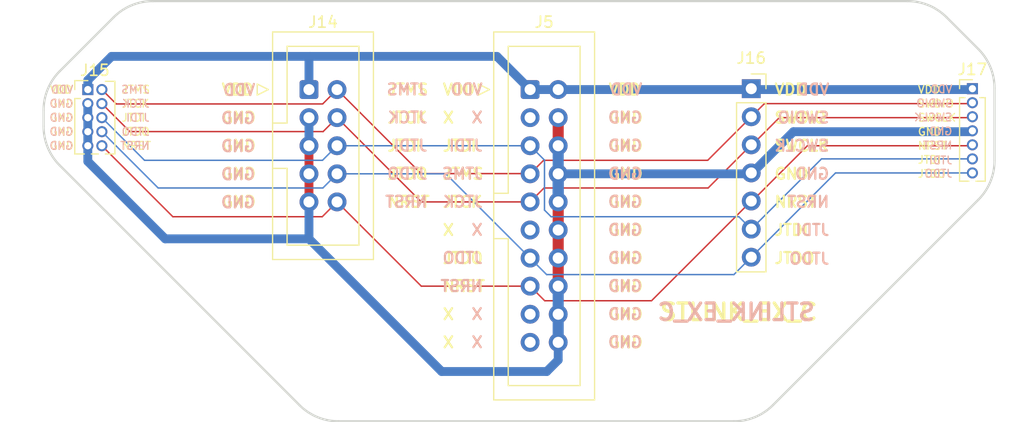
<source format=kicad_pcb>
(kicad_pcb (version 20241229) (generator "pcbnew") (generator_version "9.0")
  (layers (0 "F.Cu" signal) (2 "B.Cu" signal) (13 "F.Paste" user) (15 "B.Paste" user) (5 "F.SilkS" user "F.Silkscreen") (7 "B.SilkS" user "B.Silkscreen") (1 "F.Mask" user) (3 "B.Mask" user) (25 "Edge.Cuts" user))
  (net 0 "")
  (net 1 "/NRST")
  (net 2 "/JTDI")
  (net 3 "/GND")
  (net 4 "/JTDO")
  (net 5 "/JTCK")
  (net 6 "/MCU VDD")
  (net 10 "/NJTRST")
  (net 11 "/JTMS")
  (footprint "Connector_PinHeader_1.27mm:PinHeader_1x07_P1.27mm_Vertical" (layer "F.Cu") (at 140 99.92)
    (property "Reference" "J17" (at 0 -1.745 0) (layer "F.SilkS"))
    (property "Value" "Conn_01x07")
    (fp_line (start -1.16 -0.81) (end 0 -0.81) (stroke (width 0.12)) (layer "F.SilkS"))
    (fp_line (start -1.16 0) (end -1.16 -0.81) (stroke (width 0.12)) (layer "F.SilkS"))
    (fp_line (start -1.16 0.81) (end -1.16 8.365) (stroke (width 0.12)) (layer "F.SilkS"))
    (fp_line (start -1.16 0.81) (end -0.666708 0.81) (stroke (width 0.12)) (layer "F.SilkS"))
    (fp_line (start -1.16 8.365) (end -0.317923 8.365) (stroke (width 0.12)) (layer "F.SilkS"))
    (fp_line (start 0.317923 8.365) (end 1.16 8.365) (stroke (width 0.12)) (layer "F.SilkS"))
    (fp_line (start 0.666708 0.81) (end 1.16 0.81) (stroke (width 0.12)) (layer "F.SilkS"))
    (fp_line (start 1.16 0.81) (end 1.16 8.365) (stroke (width 0.12)) (layer "F.SilkS"))
    (pad "1" thru_hole rect (at 0 0) (size 1 1) (drill 0.65) (layers "*.Cu" "*.Mask") (net 6 "/MCU VDD"))
    (pad "2" thru_hole circle (at 0 1.27) (size 1 1) (drill 0.65) (layers "*.Cu" "*.Mask") (net 11 "/JTMS"))
    (pad "3" thru_hole circle (at 0 2.54) (size 1 1) (drill 0.65) (layers "*.Cu" "*.Mask") (net 5 "/JTCK"))
    (pad "4" thru_hole circle (at 0 3.81) (size 1 1) (drill 0.65) (layers "*.Cu" "*.Mask") (net 3 "/GND"))
    (pad "5" thru_hole circle (at 0 5.08) (size 1 1) (drill 0.65) (layers "*.Cu" "*.Mask") (net 1 "/NRST"))
    (pad "6" thru_hole circle (at 0 6.35) (size 1 1) (drill 0.65) (layers "*.Cu" "*.Mask") (net 2 "/JTDI"))
    (pad "7" thru_hole circle (at 0 7.62) (size 1 1) (drill 0.65) (layers "*.Cu" "*.Mask") (net 4 "/JTDO"))
  )
  (footprint "Connector_PinSocket_2.54mm:PinSocket_1x07_P2.54mm_Vertical" (layer "F.Cu") (at 120 99.92)
    (property "Reference" "J16" (at 0 -2.77 0) (layer "F.SilkS"))
    (property "Value" "Conn_01x07")
    (fp_line (start -1.33 1.27) (end -1.33 16.57) (stroke (width 0.12)) (layer "F.SilkS"))
    (fp_line (start -1.33 1.27) (end 1.33 1.27) (stroke (width 0.12)) (layer "F.SilkS"))
    (fp_line (start -1.33 16.57) (end 1.33 16.57) (stroke (width 0.12)) (layer "F.SilkS"))
    (fp_line (start 0 -1.33) (end 1.33 -1.33) (stroke (width 0.12)) (layer "F.SilkS"))
    (fp_line (start 1.33 -1.33) (end 1.33 0) (stroke (width 0.12)) (layer "F.SilkS"))
    (fp_line (start 1.33 1.27) (end 1.33 16.57) (stroke (width 0.12)) (layer "F.SilkS"))
    (pad "1" thru_hole rect (at 0 0) (size 1.7 1.7) (drill 1) (layers "*.Cu" "*.Mask") (net 6 "/MCU VDD"))
    (pad "2" thru_hole circle (at 0 2.54) (size 1.7 1.7) (drill 1) (layers "*.Cu" "*.Mask") (net 11 "/JTMS"))
    (pad "3" thru_hole circle (at 0 5.08) (size 1.7 1.7) (drill 1) (layers "*.Cu" "*.Mask") (net 5 "/JTCK"))
    (pad "4" thru_hole circle (at 0 7.62) (size 1.7 1.7) (drill 1) (layers "*.Cu" "*.Mask") (net 3 "/GND"))
    (pad "5" thru_hole circle (at 0 10.16) (size 1.7 1.7) (drill 1) (layers "*.Cu" "*.Mask") (net 1 "/NRST"))
    (pad "6" thru_hole circle (at 0 12.7) (size 1.7 1.7) (drill 1) (layers "*.Cu" "*.Mask") (net 2 "/JTDI"))
    (pad "7" thru_hole circle (at 0 15.24) (size 1.7 1.7) (drill 1) (layers "*.Cu" "*.Mask") (net 4 "/JTDO"))
  )
  (footprint "Connector_PinHeader_1.27mm:PinHeader_2x05_P1.27mm_Vertical" (layer "F.Cu") (at 60 100)
    (property "Reference" "J15" (at 0.635 -1.745 0) (layer "F.SilkS"))
    (property "Value" "Conn_02x05_Odd_Even")
    (fp_line (start -1.18 -0.81) (end 0 -0.81) (stroke (width 0.12)) (layer "F.SilkS"))
    (fp_line (start -1.18 0) (end -1.18 -0.81) (stroke (width 0.12)) (layer "F.SilkS"))
    (fp_line (start -1.18 0.81) (end -1.18 5.825) (stroke (width 0.12)) (layer "F.SilkS"))
    (fp_line (start -1.18 0.81) (end -0.666708 0.81) (stroke (width 0.12)) (layer "F.SilkS"))
    (fp_line (start -1.18 5.825) (end -0.317923 5.825) (stroke (width 0.12)) (layer "F.SilkS"))
    (fp_line (start 0.317923 5.825) (end 0.952077 5.825) (stroke (width 0.12)) (layer "F.SilkS"))
    (fp_line (start 1.587923 -0.745) (end 2.45 -0.745) (stroke (width 0.12)) (layer "F.SilkS"))
    (fp_line (start 1.587923 5.825) (end 2.45 5.825) (stroke (width 0.12)) (layer "F.SilkS"))
    (fp_line (start 2.45 -0.745) (end 2.45 5.825) (stroke (width 0.12)) (layer "F.SilkS"))
    (pad "1" thru_hole rect (at 0 0) (size 1 1) (drill 0.65) (layers "*.Cu" "*.Mask") (net 6 "/MCU VDD"))
    (pad "2" thru_hole circle (at 1.27 0) (size 1 1) (drill 0.65) (layers "*.Cu" "*.Mask") (net 11 "/JTMS"))
    (pad "3" thru_hole circle (at 0 1.27) (size 1 1) (drill 0.65) (layers "*.Cu" "*.Mask") (net 3 "/GND"))
    (pad "4" thru_hole circle (at 1.27 1.27) (size 1 1) (drill 0.65) (layers "*.Cu" "*.Mask") (net 5 "/JTCK"))
    (pad "5" thru_hole circle (at 0 2.54) (size 1 1) (drill 0.65) (layers "*.Cu" "*.Mask") (net 3 "/GND"))
    (pad "6" thru_hole circle (at 1.27 2.54) (size 1 1) (drill 0.65) (layers "*.Cu" "*.Mask") (net 2 "/JTDI"))
    (pad "7" thru_hole circle (at 0 3.81) (size 1 1) (drill 0.65) (layers "*.Cu" "*.Mask") (net 3 "/GND"))
    (pad "8" thru_hole circle (at 1.27 3.81) (size 1 1) (drill 0.65) (layers "*.Cu" "*.Mask") (net 4 "/JTDO"))
    (pad "9" thru_hole circle (at 0 5.08) (size 1 1) (drill 0.65) (layers "*.Cu" "*.Mask") (net 3 "/GND"))
    (pad "10" thru_hole circle (at 1.27 5.08) (size 1 1) (drill 0.65) (layers "*.Cu" "*.Mask") (net 1 "/NRST"))
  )
  (footprint "Connector_IDC:IDC-Header_2x05_P2.54mm_Vertical" (layer "F.Cu") (at 80 100)
    (property "Reference" "J14" (at 1.27 -6.1 0) (layer "F.SilkS"))
    (property "Value" "Conn_02x05_Odd_Even")
    (fp_line (start -4.68 -0.5) (end -4.68 0.5) (stroke (width 0.12)) (layer "F.SilkS"))
    (fp_line (start -4.68 0.5) (end -3.68 0) (stroke (width 0.12)) (layer "F.SilkS"))
    (fp_line (start -3.68 0) (end -4.68 -0.5) (stroke (width 0.12)) (layer "F.SilkS"))
    (fp_line (start -3.29 -5.21) (end 5.83 -5.21) (stroke (width 0.12)) (layer "F.SilkS"))
    (fp_line (start -3.29 3.03) (end -1.98 3.03) (stroke (width 0.12)) (layer "F.SilkS"))
    (fp_line (start -3.29 15.37) (end -3.29 -5.21) (stroke (width 0.12)) (layer "F.SilkS"))
    (fp_line (start -1.98 -3.91) (end 4.52 -3.91) (stroke (width 0.12)) (layer "F.SilkS"))
    (fp_line (start -1.98 3.03) (end -1.98 -3.91) (stroke (width 0.12)) (layer "F.SilkS"))
    (fp_line (start -1.98 7.13) (end -3.29 7.13) (stroke (width 0.12)) (layer "F.SilkS"))
    (fp_line (start -1.98 7.13) (end -1.98 7.13) (stroke (width 0.12)) (layer "F.SilkS"))
    (fp_line (start -1.98 14.07) (end -1.98 7.13) (stroke (width 0.12)) (layer "F.SilkS"))
    (fp_line (start 4.52 -3.91) (end 4.52 14.07) (stroke (width 0.12)) (layer "F.SilkS"))
    (fp_line (start 4.52 14.07) (end -1.98 14.07) (stroke (width 0.12)) (layer "F.SilkS"))
    (fp_line (start 5.83 -5.21) (end 5.83 15.37) (stroke (width 0.12)) (layer "F.SilkS"))
    (fp_line (start 5.83 15.37) (end -3.29 15.37) (stroke (width 0.12)) (layer "F.SilkS"))
    (pad "1" thru_hole roundrect (at 0 0) (size 1.7 1.7) (drill 1) (layers "*.Cu" "*.Mask") (roundrect_rratio 0.147059) (net 6 "/MCU VDD"))
    (pad "2" thru_hole circle (at 2.54 0) (size 1.7 1.7) (drill 1) (layers "*.Cu" "*.Mask") (net 11 "/JTMS"))
    (pad "3" thru_hole circle (at 0 2.54) (size 1.7 1.7) (drill 1) (layers "*.Cu" "*.Mask") (net 3 "/GND"))
    (pad "4" thru_hole circle (at 2.54 2.54) (size 1.7 1.7) (drill 1) (layers "*.Cu" "*.Mask") (net 5 "/JTCK"))
    (pad "5" thru_hole circle (at 0 5.08) (size 1.7 1.7) (drill 1) (layers "*.Cu" "*.Mask") (net 3 "/GND"))
    (pad "6" thru_hole circle (at 2.54 5.08) (size 1.7 1.7) (drill 1) (layers "*.Cu" "*.Mask") (net 2 "/JTDI"))
    (pad "7" thru_hole circle (at 0 7.62) (size 1.7 1.7) (drill 1) (layers "*.Cu" "*.Mask") (net 3 "/GND"))
    (pad "8" thru_hole circle (at 2.54 7.62) (size 1.7 1.7) (drill 1) (layers "*.Cu" "*.Mask") (net 4 "/JTDO"))
    (pad "9" thru_hole circle (at 0 10.16) (size 1.7 1.7) (drill 1) (layers "*.Cu" "*.Mask") (net 3 "/GND"))
    (pad "10" thru_hole circle (at 2.54 10.16) (size 1.7 1.7) (drill 1) (layers "*.Cu" "*.Mask") (net 1 "/NRST"))
  )
  (footprint "Connector_IDC:IDC-Header_2x10_P2.54mm_Vertical" (layer "F.Cu") (at 100 100)
    (property "Reference" "J5" (at 1.27 -6.1 0) (layer "F.SilkS"))
    (property "Value" "Conn_02x10_Odd_Even")
    (fp_line (start -4.68 -0.5) (end -4.68 0.5) (stroke (width 0.12)) (layer "F.SilkS"))
    (fp_line (start -4.68 0.5) (end -3.68 0) (stroke (width 0.12)) (layer "F.SilkS"))
    (fp_line (start -3.68 0) (end -4.68 -0.5) (stroke (width 0.12)) (layer "F.SilkS"))
    (fp_line (start -3.29 -5.21) (end 5.83 -5.21) (stroke (width 0.12)) (layer "F.SilkS"))
    (fp_line (start -3.29 9.38) (end -1.98 9.38) (stroke (width 0.12)) (layer "F.SilkS"))
    (fp_line (start -3.29 28.07) (end -3.29 -5.21) (stroke (width 0.12)) (layer "F.SilkS"))
    (fp_line (start -1.98 -3.91) (end 4.52 -3.91) (stroke (width 0.12)) (layer "F.SilkS"))
    (fp_line (start -1.98 9.38) (end -1.98 -3.91) (stroke (width 0.12)) (layer "F.SilkS"))
    (fp_line (start -1.98 13.48) (end -3.29 13.48) (stroke (width 0.12)) (layer "F.SilkS"))
    (fp_line (start -1.98 13.48) (end -1.98 13.48) (stroke (width 0.12)) (layer "F.SilkS"))
    (fp_line (start -1.98 26.77) (end -1.98 13.48) (stroke (width 0.12)) (layer "F.SilkS"))
    (fp_line (start 4.52 -3.91) (end 4.52 26.77) (stroke (width 0.12)) (layer "F.SilkS"))
    (fp_line (start 4.52 26.77) (end -1.98 26.77) (stroke (width 0.12)) (layer "F.SilkS"))
    (fp_line (start 5.83 -5.21) (end 5.83 28.07) (stroke (width 0.12)) (layer "F.SilkS"))
    (fp_line (start 5.83 28.07) (end -3.29 28.07) (stroke (width 0.12)) (layer "F.SilkS"))
    (pad "1" thru_hole roundrect (at 0 0) (size 1.7 1.7) (drill 1) (layers "*.Cu" "*.Mask") (roundrect_rratio 0.147059) (net 6 "/MCU VDD"))
    (pad "2" thru_hole circle (at 2.54 0) (size 1.7 1.7) (drill 1) (layers "*.Cu" "*.Mask") (net 6 "/MCU VDD"))
    (pad "3" thru_hole circle (at 0 2.54) (size 1.7 1.7) (drill 1) (layers "*.Cu" "*.Mask") (net 10 "/NJTRST"))
    (pad "4" thru_hole circle (at 2.54 2.54) (size 1.7 1.7) (drill 1) (layers "*.Cu" "*.Mask") (net 3 "/GND"))
    (pad "5" thru_hole circle (at 0 5.08) (size 1.7 1.7) (drill 1) (layers "*.Cu" "*.Mask") (net 2 "/JTDI"))
    (pad "6" thru_hole circle (at 2.54 5.08) (size 1.7 1.7) (drill 1) (layers "*.Cu" "*.Mask") (net 3 "/GND"))
    (pad "7" thru_hole circle (at 0 7.62) (size 1.7 1.7) (drill 1) (layers "*.Cu" "*.Mask") (net 11 "/JTMS"))
    (pad "8" thru_hole circle (at 2.54 7.62) (size 1.7 1.7) (drill 1) (layers "*.Cu" "*.Mask") (net 3 "/GND"))
    (pad "9" thru_hole circle (at 0 10.16) (size 1.7 1.7) (drill 1) (layers "*.Cu" "*.Mask") (net 5 "/JTCK"))
    (pad "10" thru_hole circle (at 2.54 10.16) (size 1.7 1.7) (drill 1) (layers "*.Cu" "*.Mask") (net 3 "/GND"))
    (pad "11" thru_hole circle (at 0 12.7) (size 1.7 1.7) (drill 1) (layers "*.Cu" "*.Mask"))
    (pad "12" thru_hole circle (at 2.54 12.7) (size 1.7 1.7) (drill 1) (layers "*.Cu" "*.Mask") (net 3 "/GND"))
    (pad "13" thru_hole circle (at 0 15.24) (size 1.7 1.7) (drill 1) (layers "*.Cu" "*.Mask") (net 4 "/JTDO"))
    (pad "14" thru_hole circle (at 2.54 15.24) (size 1.7 1.7) (drill 1) (layers "*.Cu" "*.Mask") (net 3 "/GND"))
    (pad "15" thru_hole circle (at 0 17.78) (size 1.7 1.7) (drill 1) (layers "*.Cu" "*.Mask") (net 1 "/NRST"))
    (pad "16" thru_hole circle (at 2.54 17.78) (size 1.7 1.7) (drill 1) (layers "*.Cu" "*.Mask") (net 3 "/GND"))
    (pad "17" thru_hole circle (at 0 20.32) (size 1.7 1.7) (drill 1) (layers "*.Cu" "*.Mask"))
    (pad "18" thru_hole circle (at 2.54 20.32) (size 1.7 1.7) (drill 1) (layers "*.Cu" "*.Mask") (net 3 "/GND"))
    (pad "19" thru_hole circle (at 0 22.86) (size 1.7 1.7) (drill 1) (layers "*.Cu" "*.Mask"))
    (pad "20" thru_hole circle (at 2.54 22.86) (size 1.7 1.7) (drill 1) (layers "*.Cu" "*.Mask") (net 3 "/GND"))
  )
  (gr_line (start 56 101.871068) (end 56 103.328932) (stroke (width 0.2)) (layer "Edge.Cuts"))
  (gr_line (start 140.535534 96.335534) (end 137.664466 93.464466) (stroke (width 0.2)) (layer "Edge.Cuts"))
  (gr_arc (start 134.128932 92) (mid 136.042342 92.380613) (end 137.664466 93.464466) (stroke (width 0.2)) (layer "Edge.Cuts"))
  (gr_arc (start 82.671068 130) (mid 80.757651 129.619398) (end 79.135534 128.535534) (stroke (width 0.2)) (layer "Edge.Cuts"))
  (gr_arc (start 62.335534 93.464466) (mid 63.957651 92.380602) (end 65.871068 92) (stroke (width 0.2)) (layer "Edge.Cuts"))
  (gr_arc (start 121.964466 128.535534) (mid 120.342351 129.619408) (end 118.428932 130) (stroke (width 0.2)) (layer "Edge.Cuts"))
  (gr_arc (start 140.535534 96.335534) (mid 141.619398 97.957651) (end 142 99.871068) (stroke (width 0.2)) (layer "Edge.Cuts"))
  (gr_line (start 82.671068 130) (end 118.428932 130) (stroke (width 0.2)) (layer "Edge.Cuts"))
  (gr_arc (start 56 101.871068) (mid 56.380613 99.957658) (end 57.464466 98.335534) (stroke (width 0.2)) (layer "Edge.Cuts"))
  (gr_line (start 62.335534 93.464466) (end 57.464466 98.335534) (stroke (width 0.2)) (layer "Edge.Cuts"))
  (gr_arc (start 57.464466 106.864466) (mid 56.380602 105.242349) (end 56 103.328932) (stroke (width 0.2)) (layer "Edge.Cuts"))
  (gr_line (start 57.464466 106.864466) (end 79.135534 128.535534) (stroke (width 0.2)) (layer "Edge.Cuts"))
  (gr_line (start 142 106.428932) (end 142 99.871068) (stroke (width 0.2)) (layer "Edge.Cuts"))
  (gr_arc (start 142 106.428932) (mid 141.619387 108.342342) (end 140.535534 109.964466) (stroke (width 0.2)) (layer "Edge.Cuts"))
  (gr_line (start 121.964466 128.535534) (end 140.535534 109.964466) (stroke (width 0.2)) (layer "Edge.Cuts"))
  (gr_line (start 134.128932 92) (end 65.871068 92) (stroke (width 0.2)) (layer "Edge.Cuts"))
  (gr_text "GND" (at 72 107.62 0) (layer "F.SilkS") (effects (font (size 1 1) (thickness 0.2) (bold yes)) (justify left)))
  (gr_text "JTMS" (at 87 100 0) (layer "F.SilkS") (effects (font (size 1 1) (thickness 0.2) (bold yes)) (justify left)))
  (gr_text "JTDI" (at 87 105.08 0) (layer "F.SilkS") (effects (font (size 1 1) (thickness 0.2) (bold yes)) (justify left)))
  (gr_text "X" (at 92 102.54 0) (layer "F.SilkS") (effects (font (size 1 1) (thickness 0.2) (bold yes)) (justify left)))
  (gr_text "X" (at 92 112.7 0) (layer "F.SilkS") (effects (font (size 1 1) (thickness 0.2) (bold yes)) (justify left)))
  (gr_text "GND" (at 72 105.08 0) (layer "F.SilkS") (effects (font (size 1 1) (thickness 0.2) (bold yes)) (justify left)))
  (gr_text "GND" (at 107 105.08 0) (layer "F.SilkS") (effects (font (size 1 1) (thickness 0.2) (bold yes)) (justify left)))
  (gr_text "GND" (at 107 112.7 0) (layer "F.SilkS") (effects (font (size 1 1) (thickness 0.2) (bold yes)) (justify left)))
  (gr_text "JTDI" (at 122 112.7 0) (layer "F.SilkS") (effects (font (size 1 1) (thickness 0.2) (bold yes)) (justify left)))
  (gr_text "JTCK" (at 87 102.54 0) (layer "F.SilkS") (effects (font (size 1 1) (thickness 0.2) (bold yes)) (justify left)))
  (gr_text "GND" (at 72 102.54 0) (layer "F.SilkS") (effects (font (size 1 1) (thickness 0.2) (bold yes)) (justify left)))
  (gr_text "JTCK" (at 63 101.27 0) (layer "F.SilkS") (effects (font (size 0.7 0.7) (thickness 0.12) (bold yes)) (justify left)))
  (gr_text "NRST" (at 92 117.78 0) (layer "F.SilkS") (effects (font (size 1 1) (thickness 0.2) (bold yes)) (justify left)))
  (gr_text "VDD" (at 135 100 0) (layer "F.SilkS") (effects (font (size 0.7 0.7) (thickness 0.12) (bold yes)) (justify left)))
  (gr_text "JTDI" (at 135 106.35 0) (layer "F.SilkS") (effects (font (size 0.7 0.7) (thickness 0.12) (bold yes)) (justify left)))
  (gr_text "GND" (at 122 107.62 0) (layer "F.SilkS") (effects (font (size 1 1) (thickness 0.2) (bold yes)) (justify left)))
  (gr_text "GND" (at 72 110.16 0) (layer "F.SilkS") (effects (font (size 1 1) (thickness 0.2) (bold yes)) (justify left)))
  (gr_text "SWDIO" (at 135 101.27 0) (layer "F.SilkS") (effects (font (size 0.7 0.7) (thickness 0.12) (bold yes)) (justify left)))
  (gr_text "X" (at 92 120.32 0) (layer "F.SilkS") (effects (font (size 1 1) (thickness 0.2) (bold yes)) (justify left)))
  (gr_text "VDD" (at 72 100 0) (layer "F.SilkS") (effects (font (size 1 1) (thickness 0.2) (bold yes)) (justify left)))
  (gr_text "VDD" (at 122 100 0) (layer "F.SilkS") (effects (font (size 1 1) (thickness 0.2) (bold yes)) (justify left)))
  (gr_text "JTDO" (at 87 107.62 0) (layer "F.SilkS") (effects (font (size 1 1) (thickness 0.2) (bold yes)) (justify left)))
  (gr_text "GND" (at 56.5 102.54 0) (layer "F.SilkS") (effects (font (size 0.7 0.7) (thickness 0.12) (bold yes)) (justify left)))
  (gr_text "STLINK_EX_C" (at 111.6 121 0) (layer "F.SilkS") (effects (font (size 1.5 1.5) (thickness 0.3) (bold yes)) (justify left bottom)))
  (gr_text "GND" (at 56.5 101.27 0) (layer "F.SilkS") (effects (font (size 0.7 0.7) (thickness 0.12) (bold yes)) (justify left)))
  (gr_text "JTDO" (at 92 115.24 0) (layer "F.SilkS") (effects (font (size 1 1) (thickness 0.2) (bold yes)) (justify left)))
  (gr_text "JTDI" (at 92 105.08 0) (layer "F.SilkS") (effects (font (size 1 1) (thickness 0.2) (bold yes)) (justify left)))
  (gr_text "VDD" (at 56.5 100 0) (layer "F.SilkS") (effects (font (size 0.7 0.7) (thickness 0.12) (bold yes)) (justify left)))
  (gr_text "SWDIO" (at 122 102.54 0) (layer "F.SilkS") (effects (font (size 1 1) (thickness 0.2) (bold yes)) (justify left)))
  (gr_text "JTCK" (at 92 110.16 0) (layer "F.SilkS") (effects (font (size 1 1) (thickness 0.2) (bold yes)) (justify left)))
  (gr_text "GND" (at 56.5 103.81 0) (layer "F.SilkS") (effects (font (size 0.7 0.7) (thickness 0.12) (bold yes)) (justify left)))
  (gr_text "GND" (at 107 115.24 0) (layer "F.SilkS") (effects (font (size 1 1) (thickness 0.2) (bold yes)) (justify left)))
  (gr_text "JTMS\n" (at 63 100 0) (layer "F.SilkS") (effects (font (size 0.7 0.7) (thickness 0.12) (bold yes)) (justify left)))
  (gr_text "GND" (at 107 102.54 0) (layer "F.SilkS") (effects (font (size 1 1) (thickness 0.2) (bold yes)) (justify left)))
  (gr_text "VDD" (at 92 100 0) (layer "F.SilkS") (effects (font (size 1 1) (thickness 0.2) (bold yes)) (justify left)))
  (gr_text "JTDO" (at 135 107.62 0) (layer "F.SilkS") (effects (font (size 0.7 0.7) (thickness 0.12) (bold yes)) (justify left)))
  (gr_text "GND" (at 107 120.32 0) (layer "F.SilkS") (effects (font (size 1 1) (thickness 0.2) (bold yes)) (justify left)))
  (gr_text "NRST" (at 122 110.16 0) (layer "F.SilkS") (effects (font (size 1 1) (thickness 0.2) (bold yes)) (justify left)))
  (gr_text "VDD" (at 107 100 0) (layer "F.SilkS") (effects (font (size 1 1) (thickness 0.2) (bold yes)) (justify left)))
  (gr_text "GND" (at 107 122.86 0) (layer "F.SilkS") (effects (font (size 1 1) (thickness 0.2) (bold yes)) (justify left)))
  (gr_text "SWCLK" (at 122 105.08 0) (layer "F.SilkS") (effects (font (size 1 1) (thickness 0.2) (bold yes)) (justify left)))
  (gr_text "JTMS" (at 92 107.62 0) (layer "F.SilkS") (effects (font (size 1 1) (thickness 0.2) (bold yes)) (justify left)))
  (gr_text "NRST" (at 135 105.08 0) (layer "F.SilkS") (effects (font (size 0.7 0.7) (thickness 0.12) (bold yes)) (justify left)))
  (gr_text "GND" (at 107 107.62 0) (layer "F.SilkS") (effects (font (size 1 1) (thickness 0.2) (bold yes)) (justify left)))
  (gr_text "X" (at 92 122.86 0) (layer "F.SilkS") (effects (font (size 1 1) (thickness 0.2) (bold yes)) (justify left)))
  (gr_text "JTDI" (at 63 102.54 0) (layer "F.SilkS") (effects (font (size 0.7 0.7) (thickness 0.12) (bold yes)) (justify left)))
  (gr_text "NRST" (at 63 105.08 0) (layer "F.SilkS") (effects (font (size 0.7 0.7) (thickness 0.12) (bold yes)) (justify left)))
  (gr_text "SWCLK" (at 135 102.54 0) (layer "F.SilkS") (effects (font (size 0.7 0.7) (thickness 0.12) (bold yes)) (justify left)))
  (gr_text "JTDO" (at 63 103.81 0) (layer "F.SilkS") (effects (font (size 0.7 0.7) (thickness 0.12) (bold yes)) (justify left)))
  (gr_text "JTDO" (at 122 115.24 0) (layer "F.SilkS") (effects (font (size 1 1) (thickness 0.2) (bold yes)) (justify left)))
  (gr_text "GND" (at 135 103.81 0) (layer "F.SilkS") (effects (font (size 0.7 0.7) (thickness 0.12) (bold yes)) (justify left)))
  (gr_text "NRST" (at 87 110.16 0) (layer "F.SilkS") (effects (font (size 1 1) (thickness 0.2) (bold yes)) (justify left)))
  (gr_text "GND" (at 107 117.78 0) (layer "F.SilkS") (effects (font (size 1 1) (thickness 0.2) (bold yes)) (justify left)))
  (gr_text "GND" (at 56.5 105.08 0) (layer "F.SilkS") (effects (font (size 0.7 0.7) (thickness 0.12) (bold yes)) (justify left)))
  (gr_text "GND" (at 107 110.16 0) (layer "F.SilkS") (effects (font (size 1 1) (thickness 0.2) (bold yes)) (justify left)))
  (gr_text "GND" (at 110.247618 117.77 -0) (layer "B.SilkS") (effects (font (size 1 1) (thickness 0.2) (bold yes)) (justify left mirror)))
  (gr_text "JTMS" (at 95.811904 107.61 -0) (layer "B.SilkS") (effects (font (size 1 1) (thickness 0.2) (bold yes)) (justify left mirror)))
  (gr_text "GND" (at 110.247618 112.69 -0) (layer "B.SilkS") (effects (font (size 1 1) (thickness 0.2) (bold yes)) (justify left mirror)))
  (gr_text "NRST" (at 127.160714 110.16 -0) (layer "B.SilkS") (effects (font (size 1 1) (thickness 0.2) (bold yes)) (justify left mirror)))
  (gr_text "NRST" (at 138.253334 105.05 -0) (layer "B.SilkS") (effects (font (size 0.7 0.7) (thickness 0.12) (bold yes)) (justify left mirror)))
  (gr_text "JTCK" (at 65.653332 101.27 -0) (layer "B.SilkS") (effects (font (size 0.7 0.7) (thickness 0.12) (bold yes)) (justify left mirror)))
  (gr_text "X" (at 95.811904 112.69 -0) (layer "B.SilkS") (effects (font (size 1 1) (thickness 0.2) (bold yes)) (justify left mirror)))
  (gr_text "GND" (at 110.247618 102.53 -0) (layer "B.SilkS") (effects (font (size 1 1) (thickness 0.2) (bold yes)) (justify left mirror)))
  (gr_text "GND" (at 75.247618 110.2 -0) (layer "B.SilkS") (effects (font (size 1 1) (thickness 0.2) (bold yes)) (justify left mirror)))
  (gr_text "JTDO" (at 127.160714 115.3 -0) (layer "B.SilkS") (effects (font (size 1 1) (thickness 0.2) (bold yes)) (justify left mirror)))
  (gr_text "STLINK_EX_C" (at 125.9 121 0) (layer "B.SilkS") (effects (font (size 1.5 1.5) (thickness 0.3) (bold yes)) (justify left bottom mirror)))
  (gr_text "GND" (at 110.247618 115.23 -0) (layer "B.SilkS") (effects (font (size 1 1) (thickness 0.2) (bold yes)) (justify left mirror)))
  (gr_text "GND" (at 58.753332 101.27 -0) (layer "B.SilkS") (effects (font (size 0.7 0.7) (thickness 0.12) (bold yes)) (justify left mirror)))
  (gr_text "GND" (at 110.247618 107.61 -0) (layer "B.SilkS") (effects (font (size 1 1) (thickness 0.2) (bold yes)) (justify left mirror)))
  (gr_text "JTDO" (at 138.253334 107.6 -0) (layer "B.SilkS") (effects (font (size 0.7 0.7) (thickness 0.12) (bold yes)) (justify left mirror)))
  (gr_text "VDD" (at 75.247618 100.04 -0) (layer "B.SilkS") (effects (font (size 1 1) (thickness 0.2) (bold yes)) (justify left mirror)))
  (gr_text "JTDI" (at 65.653332 102.54 -0) (layer "B.SilkS") (effects (font (size 0.7 0.7) (thickness 0.12) (bold yes)) (justify left mirror)))
  (gr_text "GND" (at 110.247618 105.07 -0) (layer "B.SilkS") (effects (font (size 1 1) (thickness 0.2) (bold yes)) (justify left mirror)))
  (gr_text "JTCK" (at 90.811904 102.53 -0) (layer "B.SilkS") (effects (font (size 1 1) (thickness 0.2) (bold yes)) (justify left mirror)))
  (gr_text "JTDI" (at 90.811904 105.07 -0) (layer "B.SilkS") (effects (font (size 1 1) (thickness 0.2) (bold yes)) (justify left mirror)))
  (gr_text "SWCLK" (at 138.253334 102.51 0) (layer "B.SilkS") (effects (font (size 0.7 0.7) (thickness 0.12) (bold yes)) (justify left mirror)))
  (gr_text "NRST" (at 90.811904 110.15 -0) (layer "B.SilkS") (effects (font (size 1 1) (thickness 0.2) (bold yes)) (justify left mirror)))
  (gr_text "GND" (at 58.753332 105.08 -0) (layer "B.SilkS") (effects (font (size 0.7 0.7) (thickness 0.12) (bold yes)) (justify left mirror)))
  (gr_text "GND" (at 75.247618 102.58 -0) (layer "B.SilkS") (effects (font (size 1 1) (thickness 0.2) (bold yes)) (justify left mirror)))
  (gr_text "JTDI" (at 95.811904 105.07 -0) (layer "B.SilkS") (effects (font (size 1 1) (thickness 0.2) (bold yes)) (justify left mirror)))
  (gr_text "VDD" (at 95.811904 99.99 -0) (layer "B.SilkS") (effects (font (size 1 1) (thickness 0.2) (bold yes)) (justify left mirror)))
  (gr_text "VDD" (at 138.253334 99.97 -0) (layer "B.SilkS") (effects (font (size 0.7 0.7) (thickness 0.12) (bold yes)) (justify left mirror)))
  (gr_text "NRST" (at 65.653332 105.08 -0) (layer "B.SilkS") (effects (font (size 0.7 0.7) (thickness 0.12) (bold yes)) (justify left mirror)))
  (gr_text "X" (at 95.811904 102.53 -0) (layer "B.SilkS") (effects (font (size 1 1) (thickness 0.2) (bold yes)) (justify left mirror)))
  (gr_text "JTDO" (at 65.653332 103.81 -0) (layer "B.SilkS") (effects (font (size 0.7 0.7) (thickness 0.12) (bold yes)) (justify left mirror)))
  (gr_text "SWDIO" (at 138.253334 101.24 0) (layer "B.SilkS") (effects (font (size 0.7 0.7) (thickness 0.12) (bold yes)) (justify left mirror)))
  (gr_text "JTCK" (at 95.811904 110.15 -0) (layer "B.SilkS") (effects (font (size 1 1) (thickness 0.2) (bold yes)) (justify left mirror)))
  (gr_text "JTDO" (at 95.811904 115.23 -0) (layer "B.SilkS") (effects (font (size 1 1) (thickness 0.2) (bold yes)) (justify left mirror)))
  (gr_text "GND" (at 75.247618 107.66 -0) (layer "B.SilkS") (effects (font (size 1 1) (thickness 0.2) (bold yes)) (justify left mirror)))
  (gr_text "GND" (at 127.160714 107.62 -0) (layer "B.SilkS") (effects (font (size 1 1) (thickness 0.2) (bold yes)) (justify left mirror)))
  (gr_text "GND" (at 138.253334 103.78 -0) (layer "B.SilkS") (effects (font (size 0.7 0.7) (thickness 0.12) (bold yes)) (justify left mirror)))
  (gr_text "VDD" (at 110.247618 99.99 -0) (layer "B.SilkS") (effects (font (size 1 1) (thickness 0.2) (bold yes)) (justify left mirror)))
  (gr_text "VDD" (at 127.160714 100 -0) (layer "B.SilkS") (effects (font (size 1 1) (thickness 0.2) (bold yes)) (justify left mirror)))
  (gr_text "GND" (at 110.247618 122.85 -0) (layer "B.SilkS") (effects (font (size 1 1) (thickness 0.2) (bold yes)) (justify left mirror)))
  (gr_text "X" (at 95.811904 122.85 -0) (layer "B.SilkS") (effects (font (size 1 1) (thickness 0.2) (bold yes)) (justify left mirror)))
  (gr_text "JTDO" (at 90.811904 107.61 -0) (layer "B.SilkS") (effects (font (size 1 1) (thickness 0.2) (bold yes)) (justify left mirror)))
  (gr_text "JTDI" (at 138.253334 106.4 -0) (layer "B.SilkS") (effects (font (size 0.7 0.7) (thickness 0.12) (bold yes)) (justify left mirror)))
  (gr_text "GND" (at 110.247618 110.15 -0) (layer "B.SilkS") (effects (font (size 1 1) (thickness 0.2) (bold yes)) (justify left mirror)))
  (gr_text "JTDI" (at 127.160714 112.7 -0) (layer "B.SilkS") (effects (font (size 1 1) (thickness 0.2) (bold yes)) (justify left mirror)))
  (gr_text "GND" (at 110.247618 120.31 -0) (layer "B.SilkS") (effects (font (size 1 1) (thickness 0.2) (bold yes)) (justify left mirror)))
  (gr_text "JTMS\n" (at 65.653332 100 -0) (layer "B.SilkS") (effects (font (size 0.7 0.7) (thickness 0.12) (bold yes)) (justify left mirror)))
  (gr_text "JTMS" (at 90.811904 99.99 -0) (layer "B.SilkS") (effects (font (size 1 1) (thickness 0.2) (bold yes)) (justify left mirror)))
  (gr_text "GND" (at 58.753332 103.81 -0) (layer "B.SilkS") (effects (font (size 0.7 0.7) (thickness 0.12) (bold yes)) (justify left mirror)))
  (gr_text "SWCLK" (at 127.160714 105.08 0) (layer "B.SilkS") (effects (font (size 1 1) (thickness 0.2) (bold yes)) (justify left mirror)))
  (gr_text "SWDIO" (at 127.160714 102.54 0) (layer "B.SilkS") (effects (font (size 1 1) (thickness 0.2) (bold yes)) (justify left mirror)))
  (gr_text "X" (at 95.811904 120.31 -0) (layer "B.SilkS") (effects (font (size 1 1) (thickness 0.2) (bold yes)) (justify left mirror)))
  (gr_text "NRST" (at 95.811904 117.77 -0) (layer "B.SilkS") (effects (font (size 1 1) (thickness 0.2) (bold yes)) (justify left mirror)))
  (gr_text "VDD" (at 58.753332 100 -0) (layer "B.SilkS") (effects (font (size 0.7 0.7) (thickness 0.12) (bold yes)) (justify left mirror)))
  (gr_text "GND" (at 58.753332 102.54 -0) (layer "B.SilkS") (effects (font (size 0.7 0.7) (thickness 0.12) (bold yes)) (justify left mirror)))
  (gr_text "GND" (at 75.247618 105.12 -0) (layer "B.SilkS") (effects (font (size 1 1) (thickness 0.2) (bold yes)) (justify left mirror)))
  (segment (start 110.98 119.1) (end 120 110.08) (width 0.13) (layer "F.Cu") (net 1))
  (segment (start 101.32 119.1) (end 110.98 119.1) (width 0.13) (layer "F.Cu") (net 1))
  (segment (start 140 105.08) (end 125.08 105.08) (width 0.13) (layer "F.Cu") (net 1))
  (segment (start 67.69 111.5) (end 61.27 105.08) (width 0.13) (layer "F.Cu") (net 1))
  (segment (start 90.16 117.78) (end 82.54 110.16) (width 0.13) (layer "F.Cu") (net 1))
  (segment (start 82.54 110.16) (end 81.2 111.5) (width 0.13) (layer "F.Cu") (net 1))
  (segment (start 100 117.78) (end 101.32 119.1) (width 0.13) (layer "F.Cu") (net 1))
  (segment (start 100 117.78) (end 90.16 117.78) (width 0.13) (layer "F.Cu") (net 1))
  (segment (start 81.2 111.5) (end 67.69 111.5) (width 0.13) (layer "F.Cu") (net 1))
  (segment (start 125.08 105.08) (end 120 110.16) (width 0.13) (layer "F.Cu") (net 1))
  (segment (start 82.54 105.08) (end 81.22 106.4) (width 0.13) (layer "B.Cu") (net 2))
  (segment (start 81.22 106.4) (end 65.13 106.4) (width 0.13) (layer "B.Cu") (net 2))
  (segment (start 126.35 106.27) (end 140 106.27) (width 0.13) (layer "B.Cu") (net 2))
  (segment (start 101.3 106.38) (end 101.3 110.9) (width 0.13) (layer "B.Cu") (net 2))
  (segment (start 65.13 106.4) (end 61.27 102.54) (width 0.13) (layer "B.Cu") (net 2))
  (segment (start 118.88 111.5) (end 120 112.62) (width 0.13) (layer "B.Cu") (net 2))
  (segment (start 120 112.62) (end 126.35 106.27) (width 0.13) (layer "B.Cu") (net 2))
  (segment (start 101.9 111.5) (end 118.88 111.5) (width 0.13) (layer "B.Cu") (net 2))
  (segment (start 100 105.08) (end 82.54 105.08) (width 0.13) (layer "B.Cu") (net 2))
  (segment (start 101.3 110.9) (end 101.9 111.5) (width 0.13) (layer "B.Cu") (net 2))
  (segment (start 100 105.08) (end 101.3 106.38) (width 0.13) (layer "B.Cu") (net 2))
  (segment (start 102.54 110.16) (end 102.54 115.24) (width 1) (layer "F.Cu") (net 3))
  (segment (start 102.54 102.54) (end 102.54 105.08) (width 1) (layer "F.Cu") (net 3))
  (segment (start 102.54 115.24) (end 102.54 117.78) (width 1) (layer "F.Cu") (net 3))
  (segment (start 80 105.08) (end 80 110.16) (width 0.8) (layer "F.Cu") (net 3))
  (segment (start 120 107.62) (end 123.81 103.81) (width 0.8) (layer "B.Cu") (net 3))
  (segment (start 60 101.27) (end 60 105.08) (width 0.8) (layer "B.Cu") (net 3))
  (segment (start 80 110.16) (end 80 113.5) (width 0.8) (layer "B.Cu") (net 3))
  (segment (start 102.54 124.46) (end 102.54 122.86) (width 0.8) (layer "B.Cu") (net 3))
  (segment (start 102.54 120.32) (end 102.54 122.86) (width 1) (layer "B.Cu") (net 3))
  (segment (start 123.81 103.81) (end 140 103.81) (width 0.8) (layer "B.Cu") (net 3))
  (segment (start 92 125.5) (end 101.5 125.5) (width 0.8) (layer "B.Cu") (net 3))
  (segment (start 80 113.5) (end 92 125.5) (width 0.8) (layer "B.Cu") (net 3))
  (segment (start 102.54 102.54) (end 102.5 102.5) (width 0.13) (layer "B.Cu") (net 3))
  (segment (start 102.54 110.16) (end 102.54 107.62) (width 1) (layer "B.Cu") (net 3))
  (segment (start 101.5 125.5) (end 102.54 124.46) (width 0.8) (layer "B.Cu") (net 3))
  (segment (start 80 105.08) (end 80 102.54) (width 0.8) (layer "B.Cu") (net 3))
  (segment (start 60 106.5) (end 67 113.5) (width 0.8) (layer "B.Cu") (net 3))
  (segment (start 102.54 105.08) (end 102.54 110.16) (width 1) (layer "B.Cu") (net 3))
  (segment (start 102.54 117.78) (end 102.54 120.32) (width 1) (layer "B.Cu") (net 3))
  (segment (start 120 107.62) (end 102.54 107.62) (width 0.8) (layer "B.Cu") (net 3))
  (segment (start 67 113.5) (end 80 113.5) (width 0.8) (layer "B.Cu") (net 3))
  (segment (start 60 105.08) (end 60 106.5) (width 0.8) (layer "B.Cu") (net 3))
  (segment (start 100 115.24) (end 101.494 116.734) (width 0.13) (layer "B.Cu") (net 4))
  (segment (start 61.27 103.81) (end 66.36 108.9) (width 0.13) (layer "B.Cu") (net 4))
  (segment (start 127.62 107.54) (end 140 107.54) (width 0.13) (layer "B.Cu") (net 4))
  (segment (start 66.36 108.9) (end 81.26 108.9) (width 0.13) (layer "B.Cu") (net 4))
  (segment (start 100 115.24) (end 92.38 107.62) (width 0.13) (layer "B.Cu") (net 4))
  (segment (start 118.426 116.734) (end 120 115.16) (width 0.13) (layer "B.Cu") (net 4))
  (segment (start 81.26 108.9) (end 82.54 107.62) (width 0.13) (layer "B.Cu") (net 4))
  (segment (start 101.494 116.734) (end 118.426 116.734) (width 0.13) (layer "B.Cu") (net 4))
  (segment (start 92.38 107.62) (end 82.54 107.62) (width 0.13) (layer "B.Cu") (net 4))
  (segment (start 120 115.16) (end 127.62 107.54) (width 0.13) (layer "B.Cu") (net 4))
  (segment (start 101.26 108.9) (end 116.1 108.9) (width 0.13) (layer "F.Cu") (net 5))
  (segment (start 120 105.08) (end 122.54 102.54) (width 0.13) (layer "F.Cu") (net 5))
  (segment (start 100 110.16) (end 101.26 108.9) (width 0.13) (layer "F.Cu") (net 5))
  (segment (start 63.8 103.8) (end 81.28 103.8) (width 0.13) (layer "F.Cu") (net 5))
  (segment (start 81.28 103.8) (end 82.54 102.54) (width 0.13) (layer "F.Cu") (net 5))
  (segment (start 122.54 102.54) (end 140 102.54) (width 0.13) (layer "F.Cu") (net 5))
  (segment (start 116.1 108.9) (end 120 105) (width 0.13) (layer "F.Cu") (net 5))
  (segment (start 100 110.16) (end 90.16 110.16) (width 0.13) (layer "F.Cu") (net 5))
  (segment (start 61.27 101.27) (end 63.8 103.8) (width 0.13) (layer "F.Cu") (net 5))
  (segment (start 90.16 110.16) (end 82.54 102.54) (width 0.13) (layer "F.Cu") (net 5))
  (segment (start 62.15 97) (end 80.1 97) (width 0.8) (layer "B.Cu") (net 6))
  (segment (start 60 100) (end 60 99.15) (width 0.8) (layer "B.Cu") (net 6))
  (segment (start 80.1 97) (end 80 97.1) (width 0.8) (layer "B.Cu") (net 6))
  (segment (start 100 100) (end 140 100) (width 0.8) (layer "B.Cu") (net 6))
  (segment (start 80.1 97) (end 97 97) (width 0.8) (layer "B.Cu") (net 6))
  (segment (start 80 97.1) (end 80 100) (width 0.8) (layer "B.Cu") (net 6))
  (segment (start 60 99.15) (end 62.15 97) (width 0.8) (layer "B.Cu") (net 6))
  (segment (start 97 97) (end 100 100) (width 0.8) (layer "B.Cu") (net 6))
  (segment (start 61.27 100) (end 62.57 101.3) (width 0.13) (layer "F.Cu") (net 11))
  (segment (start 140 101.27) (end 121.19 101.27) (width 0.13) (layer "F.Cu") (net 11))
  (segment (start 99.98 107.6) (end 90.14 107.6) (width 0.13) (layer "F.Cu") (net 11))
  (segment (start 90.14 107.6) (end 82.54 100) (width 0.13) (layer "F.Cu") (net 11))
  (segment (start 81.24 101.3) (end 82.54 100) (width 0.13) (layer "F.Cu") (net 11))
  (segment (start 100 107.62) (end 99.98 107.6) (width 0.13) (layer "F.Cu") (net 11))
  (segment (start 121.19 101.27) (end 120 102.46) (width 0.13) (layer "F.Cu") (net 11))
  (segment (start 62.57 101.3) (end 81.24 101.3) (width 0.13) (layer "F.Cu") (net 11))
  (segment (start 101.22 106.4) (end 116.06 106.4) (width 0.13) (layer "F.Cu") (net 11))
  (segment (start 100 107.62) (end 101.22 106.4) (width 0.13) (layer "F.Cu") (net 11))
  (segment (start 116.06 106.4) (end 120 102.46) (width 0.13) (layer "F.Cu") (net 11))
)
</source>
